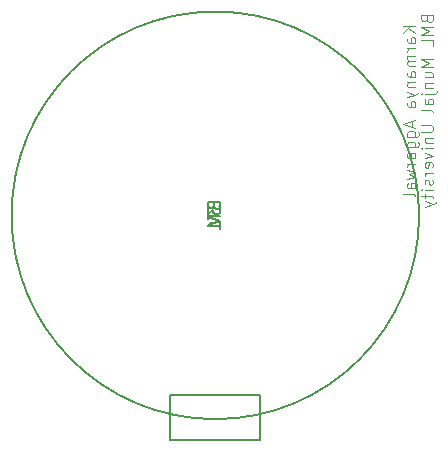
<source format=gbo>
G04 (created by PCBNEW (2013-jul-07)-stable) date Friday 21 August 2015 08:53:58 AM IST*
%MOIN*%
G04 Gerber Fmt 3.4, Leading zero omitted, Abs format*
%FSLAX34Y34*%
G01*
G70*
G90*
G04 APERTURE LIST*
%ADD10C,0.00590551*%
%ADD11C,0.00393701*%
G04 APERTURE END LIST*
G54D10*
G54D11*
X102159Y-70687D02*
X101765Y-70687D01*
X102159Y-70912D02*
X101934Y-70744D01*
X101765Y-70912D02*
X101990Y-70687D01*
X102159Y-71250D02*
X101953Y-71250D01*
X101915Y-71231D01*
X101896Y-71194D01*
X101896Y-71119D01*
X101915Y-71081D01*
X102140Y-71250D02*
X102159Y-71212D01*
X102159Y-71119D01*
X102140Y-71081D01*
X102103Y-71062D01*
X102065Y-71062D01*
X102028Y-71081D01*
X102009Y-71119D01*
X102009Y-71212D01*
X101990Y-71250D01*
X102159Y-71437D02*
X101896Y-71437D01*
X101971Y-71437D02*
X101934Y-71456D01*
X101915Y-71475D01*
X101896Y-71512D01*
X101896Y-71550D01*
X102159Y-71681D02*
X101896Y-71681D01*
X101934Y-71681D02*
X101915Y-71700D01*
X101896Y-71737D01*
X101896Y-71793D01*
X101915Y-71831D01*
X101953Y-71850D01*
X102159Y-71850D01*
X101953Y-71850D02*
X101915Y-71868D01*
X101896Y-71906D01*
X101896Y-71962D01*
X101915Y-72000D01*
X101953Y-72018D01*
X102159Y-72018D01*
X102159Y-72375D02*
X101953Y-72375D01*
X101915Y-72356D01*
X101896Y-72318D01*
X101896Y-72243D01*
X101915Y-72206D01*
X102140Y-72375D02*
X102159Y-72337D01*
X102159Y-72243D01*
X102140Y-72206D01*
X102103Y-72187D01*
X102065Y-72187D01*
X102028Y-72206D01*
X102009Y-72243D01*
X102009Y-72337D01*
X101990Y-72375D01*
X101896Y-72562D02*
X102159Y-72562D01*
X101934Y-72562D02*
X101915Y-72581D01*
X101896Y-72618D01*
X101896Y-72675D01*
X101915Y-72712D01*
X101953Y-72731D01*
X102159Y-72731D01*
X101896Y-72881D02*
X102159Y-72975D01*
X101896Y-73068D02*
X102159Y-72975D01*
X102253Y-72937D01*
X102271Y-72918D01*
X102290Y-72881D01*
X102159Y-73387D02*
X101953Y-73387D01*
X101915Y-73368D01*
X101896Y-73331D01*
X101896Y-73256D01*
X101915Y-73218D01*
X102140Y-73387D02*
X102159Y-73350D01*
X102159Y-73256D01*
X102140Y-73218D01*
X102103Y-73200D01*
X102065Y-73200D01*
X102028Y-73218D01*
X102009Y-73256D01*
X102009Y-73350D01*
X101990Y-73387D01*
X102046Y-73856D02*
X102046Y-74043D01*
X102159Y-73818D02*
X101765Y-73949D01*
X102159Y-74081D01*
X101896Y-74381D02*
X102215Y-74381D01*
X102253Y-74362D01*
X102271Y-74343D01*
X102290Y-74306D01*
X102290Y-74249D01*
X102271Y-74212D01*
X102140Y-74381D02*
X102159Y-74343D01*
X102159Y-74268D01*
X102140Y-74231D01*
X102121Y-74212D01*
X102084Y-74193D01*
X101971Y-74193D01*
X101934Y-74212D01*
X101915Y-74231D01*
X101896Y-74268D01*
X101896Y-74343D01*
X101915Y-74381D01*
X101896Y-74737D02*
X102215Y-74737D01*
X102253Y-74718D01*
X102271Y-74699D01*
X102290Y-74662D01*
X102290Y-74606D01*
X102271Y-74568D01*
X102140Y-74737D02*
X102159Y-74699D01*
X102159Y-74624D01*
X102140Y-74587D01*
X102121Y-74568D01*
X102084Y-74549D01*
X101971Y-74549D01*
X101934Y-74568D01*
X101915Y-74587D01*
X101896Y-74624D01*
X101896Y-74699D01*
X101915Y-74737D01*
X102159Y-75093D02*
X101953Y-75093D01*
X101915Y-75074D01*
X101896Y-75037D01*
X101896Y-74962D01*
X101915Y-74924D01*
X102140Y-75093D02*
X102159Y-75056D01*
X102159Y-74962D01*
X102140Y-74924D01*
X102103Y-74906D01*
X102065Y-74906D01*
X102028Y-74924D01*
X102009Y-74962D01*
X102009Y-75056D01*
X101990Y-75093D01*
X102159Y-75281D02*
X101896Y-75281D01*
X101971Y-75281D02*
X101934Y-75299D01*
X101915Y-75318D01*
X101896Y-75356D01*
X101896Y-75393D01*
X101896Y-75487D02*
X102159Y-75562D01*
X101971Y-75637D01*
X102159Y-75712D01*
X101896Y-75787D01*
X102159Y-76105D02*
X101953Y-76105D01*
X101915Y-76087D01*
X101896Y-76049D01*
X101896Y-75974D01*
X101915Y-75937D01*
X102140Y-76105D02*
X102159Y-76068D01*
X102159Y-75974D01*
X102140Y-75937D01*
X102103Y-75918D01*
X102065Y-75918D01*
X102028Y-75937D01*
X102009Y-75974D01*
X102009Y-76068D01*
X101990Y-76105D01*
X102159Y-76349D02*
X102140Y-76312D01*
X102103Y-76293D01*
X101765Y-76293D01*
X102543Y-70453D02*
X102562Y-70509D01*
X102581Y-70528D01*
X102618Y-70547D01*
X102674Y-70547D01*
X102712Y-70528D01*
X102731Y-70509D01*
X102749Y-70472D01*
X102749Y-70322D01*
X102356Y-70322D01*
X102356Y-70453D01*
X102374Y-70491D01*
X102393Y-70509D01*
X102431Y-70528D01*
X102468Y-70528D01*
X102506Y-70509D01*
X102524Y-70491D01*
X102543Y-70453D01*
X102543Y-70322D01*
X102749Y-70715D02*
X102356Y-70715D01*
X102637Y-70847D01*
X102356Y-70978D01*
X102749Y-70978D01*
X102749Y-71353D02*
X102749Y-71165D01*
X102356Y-71165D01*
X102749Y-71784D02*
X102356Y-71784D01*
X102637Y-71915D01*
X102356Y-72047D01*
X102749Y-72047D01*
X102487Y-72403D02*
X102749Y-72403D01*
X102487Y-72234D02*
X102693Y-72234D01*
X102731Y-72253D01*
X102749Y-72290D01*
X102749Y-72347D01*
X102731Y-72384D01*
X102712Y-72403D01*
X102487Y-72590D02*
X102749Y-72590D01*
X102524Y-72590D02*
X102506Y-72609D01*
X102487Y-72646D01*
X102487Y-72703D01*
X102506Y-72740D01*
X102543Y-72759D01*
X102749Y-72759D01*
X102487Y-72946D02*
X102824Y-72946D01*
X102862Y-72928D01*
X102881Y-72890D01*
X102881Y-72871D01*
X102356Y-72946D02*
X102374Y-72928D01*
X102393Y-72946D01*
X102374Y-72965D01*
X102356Y-72946D01*
X102393Y-72946D01*
X102749Y-73303D02*
X102543Y-73303D01*
X102506Y-73284D01*
X102487Y-73246D01*
X102487Y-73171D01*
X102506Y-73134D01*
X102731Y-73303D02*
X102749Y-73265D01*
X102749Y-73171D01*
X102731Y-73134D01*
X102693Y-73115D01*
X102656Y-73115D01*
X102618Y-73134D01*
X102599Y-73171D01*
X102599Y-73265D01*
X102581Y-73303D01*
X102749Y-73546D02*
X102731Y-73509D01*
X102693Y-73490D01*
X102356Y-73490D01*
X102356Y-73996D02*
X102674Y-73996D01*
X102712Y-74015D01*
X102731Y-74034D01*
X102749Y-74071D01*
X102749Y-74146D01*
X102731Y-74184D01*
X102712Y-74203D01*
X102674Y-74221D01*
X102356Y-74221D01*
X102487Y-74409D02*
X102749Y-74409D01*
X102524Y-74409D02*
X102506Y-74428D01*
X102487Y-74465D01*
X102487Y-74521D01*
X102506Y-74559D01*
X102543Y-74577D01*
X102749Y-74577D01*
X102749Y-74765D02*
X102487Y-74765D01*
X102356Y-74765D02*
X102374Y-74746D01*
X102393Y-74765D01*
X102374Y-74784D01*
X102356Y-74765D01*
X102393Y-74765D01*
X102487Y-74915D02*
X102749Y-75009D01*
X102487Y-75102D01*
X102731Y-75402D02*
X102749Y-75365D01*
X102749Y-75290D01*
X102731Y-75252D01*
X102693Y-75234D01*
X102543Y-75234D01*
X102506Y-75252D01*
X102487Y-75290D01*
X102487Y-75365D01*
X102506Y-75402D01*
X102543Y-75421D01*
X102581Y-75421D01*
X102618Y-75234D01*
X102749Y-75590D02*
X102487Y-75590D01*
X102562Y-75590D02*
X102524Y-75609D01*
X102506Y-75627D01*
X102487Y-75665D01*
X102487Y-75702D01*
X102731Y-75815D02*
X102749Y-75852D01*
X102749Y-75927D01*
X102731Y-75965D01*
X102693Y-75984D01*
X102674Y-75984D01*
X102637Y-75965D01*
X102618Y-75927D01*
X102618Y-75871D01*
X102599Y-75834D01*
X102562Y-75815D01*
X102543Y-75815D01*
X102506Y-75834D01*
X102487Y-75871D01*
X102487Y-75927D01*
X102506Y-75965D01*
X102749Y-76152D02*
X102487Y-76152D01*
X102356Y-76152D02*
X102374Y-76134D01*
X102393Y-76152D01*
X102374Y-76171D01*
X102356Y-76152D01*
X102393Y-76152D01*
X102487Y-76284D02*
X102487Y-76434D01*
X102356Y-76340D02*
X102693Y-76340D01*
X102731Y-76359D01*
X102749Y-76396D01*
X102749Y-76434D01*
X102487Y-76527D02*
X102749Y-76621D01*
X102487Y-76715D02*
X102749Y-76621D01*
X102843Y-76583D01*
X102862Y-76565D01*
X102881Y-76527D01*
G54D10*
X94000Y-83500D02*
X94000Y-84500D01*
X94000Y-84500D02*
X97000Y-84500D01*
X97000Y-84500D02*
X97000Y-83000D01*
X97000Y-83000D02*
X94000Y-83000D01*
X94000Y-83000D02*
X94000Y-83500D01*
X102292Y-77000D02*
G75*
G03X102292Y-77000I-6792J0D01*
G74*
G01*
X95453Y-76690D02*
X95471Y-76746D01*
X95490Y-76765D01*
X95528Y-76784D01*
X95584Y-76784D01*
X95621Y-76765D01*
X95640Y-76746D01*
X95659Y-76709D01*
X95659Y-76559D01*
X95265Y-76559D01*
X95265Y-76690D01*
X95284Y-76728D01*
X95303Y-76746D01*
X95340Y-76765D01*
X95378Y-76765D01*
X95415Y-76746D01*
X95434Y-76728D01*
X95453Y-76690D01*
X95453Y-76559D01*
X95265Y-76896D02*
X95265Y-77121D01*
X95659Y-77009D02*
X95265Y-77009D01*
X95659Y-77459D02*
X95659Y-77234D01*
X95659Y-77346D02*
X95265Y-77346D01*
X95321Y-77309D01*
X95359Y-77271D01*
X95378Y-77234D01*
X95265Y-76700D02*
X95265Y-76943D01*
X95415Y-76812D01*
X95415Y-76868D01*
X95434Y-76906D01*
X95453Y-76925D01*
X95490Y-76943D01*
X95584Y-76943D01*
X95621Y-76925D01*
X95640Y-76906D01*
X95659Y-76868D01*
X95659Y-76756D01*
X95640Y-76718D01*
X95621Y-76700D01*
X95265Y-77056D02*
X95659Y-77187D01*
X95265Y-77318D01*
M02*

</source>
